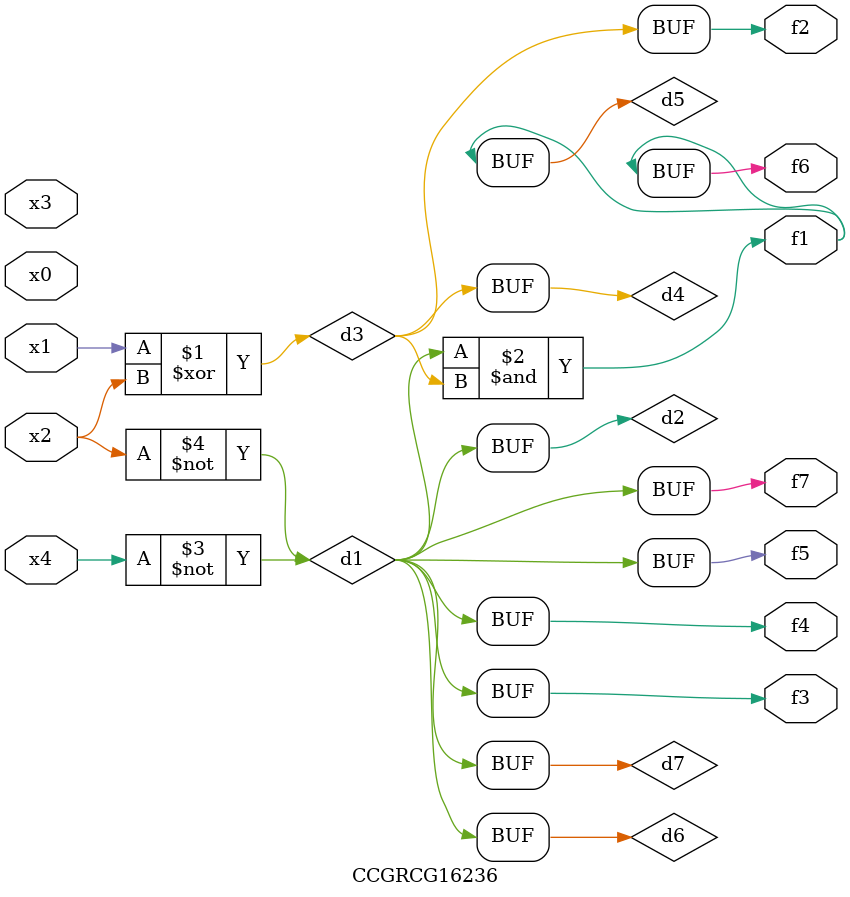
<source format=v>
module CCGRCG16236(
	input x0, x1, x2, x3, x4,
	output f1, f2, f3, f4, f5, f6, f7
);

	wire d1, d2, d3, d4, d5, d6, d7;

	not (d1, x4);
	not (d2, x2);
	xor (d3, x1, x2);
	buf (d4, d3);
	and (d5, d1, d3);
	buf (d6, d1, d2);
	buf (d7, d2);
	assign f1 = d5;
	assign f2 = d4;
	assign f3 = d7;
	assign f4 = d7;
	assign f5 = d7;
	assign f6 = d5;
	assign f7 = d7;
endmodule

</source>
